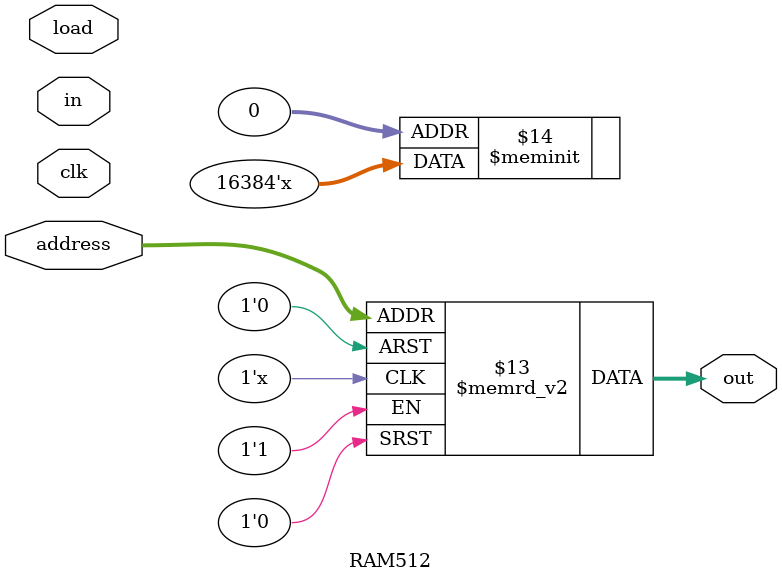
<source format=v>
module RAM512(
    input  [15:0] in,
    input  [9:0]  address,
    input         load,
    input         clk,
    output reg [15:0] out 
);
    reg [15:0] ram [2**9:0]; // Define 8 registradores de 16 bits cada

    always @ (*) begin
        if (load) begin
            ram[address] <= in; 
        end

        out = ram[address]; 
    end
    
endmodule

</source>
